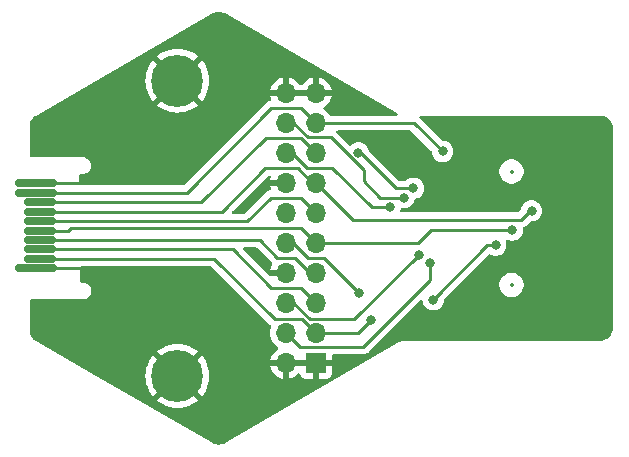
<source format=gbl>
%TF.GenerationSoftware,KiCad,Pcbnew,8.0.3*%
%TF.CreationDate,2024-06-06T10:46:03+01:00*%
%TF.ProjectId,hexpansion,68657870-616e-4736-996f-6e2e6b696361,rev?*%
%TF.SameCoordinates,Original*%
%TF.FileFunction,Copper,L2,Bot*%
%TF.FilePolarity,Positive*%
%FSLAX46Y46*%
G04 Gerber Fmt 4.6, Leading zero omitted, Abs format (unit mm)*
G04 Created by KiCad (PCBNEW 8.0.3) date 2024-06-06 10:46:03*
%MOMM*%
%LPD*%
G01*
G04 APERTURE LIST*
G04 Aperture macros list*
%AMRoundRect*
0 Rectangle with rounded corners*
0 $1 Rounding radius*
0 $2 $3 $4 $5 $6 $7 $8 $9 X,Y pos of 4 corners*
0 Add a 4 corners polygon primitive as box body*
4,1,4,$2,$3,$4,$5,$6,$7,$8,$9,$2,$3,0*
0 Add four circle primitives for the rounded corners*
1,1,$1+$1,$2,$3*
1,1,$1+$1,$4,$5*
1,1,$1+$1,$6,$7*
1,1,$1+$1,$8,$9*
0 Add four rect primitives between the rounded corners*
20,1,$1+$1,$2,$3,$4,$5,0*
20,1,$1+$1,$4,$5,$6,$7,0*
20,1,$1+$1,$6,$7,$8,$9,0*
20,1,$1+$1,$8,$9,$2,$3,0*%
G04 Aperture macros list end*
%TA.AperFunction,SMDPad,CuDef*%
%ADD10RoundRect,0.150000X-1.600000X-0.150000X1.600000X-0.150000X1.600000X0.150000X-1.600000X0.150000X0*%
%TD*%
%TA.AperFunction,SMDPad,CuDef*%
%ADD11RoundRect,0.150000X-1.200000X-0.150000X1.200000X-0.150000X1.200000X0.150000X-1.200000X0.150000X0*%
%TD*%
%TA.AperFunction,ComponentPad*%
%ADD12C,0.700000*%
%TD*%
%TA.AperFunction,ComponentPad*%
%ADD13C,4.400000*%
%TD*%
%TA.AperFunction,ComponentPad*%
%ADD14R,1.700000X1.700000*%
%TD*%
%TA.AperFunction,ComponentPad*%
%ADD15O,1.700000X1.700000*%
%TD*%
%TA.AperFunction,ViaPad*%
%ADD16C,0.800000*%
%TD*%
%TA.AperFunction,Conductor*%
%ADD17C,0.250000*%
%TD*%
%ADD18C,0.350000*%
G04 APERTURE END LIST*
D10*
%TO.P,J1,1,GND*%
%TO.N,/GND*%
X100500000Y-103400000D03*
D11*
%TO.P,J1,2,LS_A*%
%TO.N,/LS_A*%
X100900000Y-102600000D03*
%TO.P,J1,3,LS_B*%
%TO.N,/LS_B*%
X100900000Y-101800000D03*
%TO.P,J1,4,SDA*%
%TO.N,/SDA*%
X100900000Y-101000000D03*
%TO.P,J1,5,SCL*%
%TO.N,/SCL*%
X100900000Y-100200000D03*
%TO.P,J1,6,HEXP_DET*%
%TO.N,/HEXP_DET*%
X100900000Y-99400000D03*
%TO.P,J1,7,LS_C*%
%TO.N,/LS_C*%
X100900000Y-98600000D03*
%TO.P,J1,8,LS_D*%
%TO.N,/LS_D*%
X100900000Y-97800000D03*
D10*
%TO.P,J1,9,LS_E*%
%TO.N,/LS_E*%
X100500000Y-97000000D03*
%TO.P,J1,10,GND*%
%TO.N,/GND*%
X100500000Y-96200000D03*
%TD*%
D12*
%TO.P,H2,1,1*%
%TO.N,/GND*%
X110850000Y-87500000D03*
X111333274Y-86333274D03*
X111333274Y-88666726D03*
X112500000Y-85850000D03*
D13*
X112500000Y-87500000D03*
D12*
X112500000Y-89150000D03*
X113666726Y-86333274D03*
X113666726Y-88666726D03*
X114150000Y-87500000D03*
%TD*%
D14*
%TO.P,J2,1,Pin_1*%
%TO.N,/GND*%
X124230000Y-111410000D03*
D15*
%TO.P,J2,2,Pin_2*%
X121690000Y-111410000D03*
%TO.P,J2,3,Pin_3*%
%TO.N,/LS_A*%
X124230000Y-108870000D03*
%TO.P,J2,4,Pin_4*%
%TO.N,/HS_I*%
X121690000Y-108870000D03*
%TO.P,J2,5,Pin_5*%
%TO.N,/LS_B*%
X124230000Y-106330000D03*
%TO.P,J2,6,Pin_6*%
%TO.N,/HS_H*%
X121690000Y-106330000D03*
%TO.P,J2,7,Pin_7*%
%TO.N,/SDA*%
X124230000Y-103790000D03*
%TO.P,J2,8,Pin_8*%
%TO.N,/GND*%
X121690000Y-103790000D03*
%TO.P,J2,9,Pin_9*%
%TO.N,/SCL*%
X124230000Y-101250000D03*
%TO.P,J2,10,Pin_10*%
%TO.N,/3V3*%
X121690000Y-101250000D03*
%TO.P,J2,11,Pin_11*%
%TO.N,/HEXP_DET*%
X124230000Y-98710000D03*
%TO.P,J2,12,Pin_12*%
%TO.N,/3V3*%
X121690000Y-98710000D03*
%TO.P,J2,13,Pin_13*%
%TO.N,/LS_C*%
X124230000Y-96170000D03*
%TO.P,J2,14,Pin_14*%
%TO.N,/GND*%
X121690000Y-96170000D03*
%TO.P,J2,15,Pin_15*%
%TO.N,/LS_D*%
X124230000Y-93630000D03*
%TO.P,J2,16,Pin_16*%
%TO.N,/HS_G*%
X121690000Y-93630000D03*
%TO.P,J2,17,Pin_17*%
%TO.N,/LS_E*%
X124230000Y-91090000D03*
%TO.P,J2,18,Pin_18*%
%TO.N,/HS_F*%
X121690000Y-91090000D03*
%TO.P,J2,19,Pin_19*%
%TO.N,/GND*%
X124230000Y-88550000D03*
%TO.P,J2,20,Pin_20*%
X121690000Y-88550000D03*
%TD*%
D12*
%TO.P,H1,1,1*%
%TO.N,/GND*%
X110850000Y-112500000D03*
X111333274Y-111333274D03*
X111333274Y-113666726D03*
X112500000Y-110850000D03*
D13*
X112500000Y-112500000D03*
D12*
X112500000Y-114150000D03*
X113666726Y-111333274D03*
X113666726Y-113666726D03*
X114150000Y-112500000D03*
%TD*%
D16*
%TO.N,/GND*%
X144907000Y-94513400D03*
X106250000Y-105500000D03*
X106250000Y-94250000D03*
X144932400Y-91313000D03*
%TO.N,/LS_A*%
X128854200Y-107797600D03*
%TO.N,/SDA*%
X134162800Y-106045000D03*
X139446000Y-101447600D03*
%TO.N,/SCL*%
X140843000Y-100177600D03*
%TO.N,/LS_C*%
X142494000Y-98526600D03*
%TO.N,/LS_D*%
X132486400Y-96621600D03*
X127830153Y-93632447D03*
%TO.N,/LS_E*%
X134950200Y-93497400D03*
%TO.N,/HS_F*%
X131673600Y-97400000D03*
%TO.N,/HS_G*%
X130505200Y-98200000D03*
%TO.N,/3V3*%
X127877653Y-105490947D03*
%TO.N,/HS_H*%
X132943600Y-102235000D03*
%TO.N,/HS_I*%
X133858000Y-102971600D03*
%TD*%
D17*
%TO.N,/GND*%
X112450000Y-103400000D02*
X100500000Y-103400000D01*
X121690000Y-111410000D02*
X120620000Y-111410000D01*
X120540000Y-111490000D02*
X112450000Y-103400000D01*
X119360000Y-88550000D02*
X111710000Y-96200000D01*
X120620000Y-111410000D02*
X120540000Y-111490000D01*
X144907000Y-91338400D02*
X144932400Y-91313000D01*
X111710000Y-96200000D02*
X100500000Y-96200000D01*
X144907000Y-94513400D02*
X144907000Y-91338400D01*
X121690000Y-88550000D02*
X119360000Y-88550000D01*
%TO.N,/LS_A*%
X123055000Y-107695000D02*
X120735000Y-107695000D01*
X127781800Y-108870000D02*
X124230000Y-108870000D01*
X120735000Y-107695000D02*
X120730000Y-107700000D01*
X128854200Y-107797600D02*
X127781800Y-108870000D01*
X124230000Y-108870000D02*
X123055000Y-107695000D01*
X115630000Y-102600000D02*
X100900000Y-102600000D01*
X120730000Y-107700000D02*
X115630000Y-102600000D01*
%TO.N,/LS_B*%
X124230000Y-106330000D02*
X122940000Y-105040000D01*
X120420000Y-105040000D02*
X117180000Y-101800000D01*
X117180000Y-101800000D02*
X100900000Y-101800000D01*
X122940000Y-105040000D02*
X120420000Y-105040000D01*
%TO.N,/SDA*%
X122440000Y-102480000D02*
X120960000Y-102480000D01*
X138734800Y-101447600D02*
X139446000Y-101447600D01*
X123750000Y-103790000D02*
X122440000Y-102480000D01*
X134315200Y-105867200D02*
X138734800Y-101447600D01*
X124230000Y-103790000D02*
X123750000Y-103790000D01*
X134162800Y-106045000D02*
X134315200Y-105892600D01*
X120960000Y-102480000D02*
X119480000Y-101000000D01*
X119480000Y-101000000D02*
X100900000Y-101000000D01*
X134315200Y-105892600D02*
X134315200Y-105867200D01*
%TO.N,/SCL*%
X140843000Y-100177600D02*
X133934200Y-100177600D01*
X124230000Y-101250000D02*
X122940000Y-99960000D01*
X122940000Y-99960000D02*
X103500000Y-99960000D01*
X133934200Y-100177600D02*
X132861800Y-101250000D01*
X132861800Y-101250000D02*
X124230000Y-101250000D01*
X103260000Y-100200000D02*
X100900000Y-100200000D01*
X103500000Y-99960000D02*
X103260000Y-100200000D01*
%TO.N,/LS_C*%
X122682200Y-94920000D02*
X119930000Y-94920000D01*
X141859000Y-99060000D02*
X142392400Y-98526600D01*
X127330200Y-99270200D02*
X127330200Y-99288600D01*
X116250000Y-98600000D02*
X100900000Y-98600000D01*
X142392400Y-98526600D02*
X142494000Y-98526600D01*
X124230000Y-96170000D02*
X123932200Y-96170000D01*
X127330200Y-99288600D02*
X141630400Y-99288600D01*
X141630400Y-99288600D02*
X141859000Y-99060000D01*
X119930000Y-94920000D02*
X116250000Y-98600000D01*
X123932200Y-96170000D02*
X122682200Y-94920000D01*
X124230000Y-96170000D02*
X127330200Y-99270200D01*
%TO.N,/LS_D*%
X114520000Y-97800000D02*
X100900000Y-97800000D01*
X131013200Y-96621600D02*
X132486400Y-96621600D01*
X122940000Y-92340000D02*
X119980000Y-92340000D01*
X127830153Y-93632447D02*
X128024047Y-93632447D01*
X128024047Y-93632447D02*
X131013200Y-96621600D01*
X119980000Y-92340000D02*
X114520000Y-97800000D01*
X124230000Y-93630000D02*
X122940000Y-92340000D01*
%TO.N,/LS_E*%
X113280000Y-97000000D02*
X100500000Y-97000000D01*
X124230000Y-91090000D02*
X122990000Y-89850000D01*
X120430000Y-89850000D02*
X113280000Y-97000000D01*
X132542800Y-91090000D02*
X124230000Y-91090000D01*
X122990000Y-89850000D02*
X120430000Y-89850000D01*
X134950200Y-93497400D02*
X132542800Y-91090000D01*
%TO.N,/HS_F*%
X131673600Y-97400000D02*
X129674095Y-97400000D01*
X128281600Y-95109200D02*
X125476000Y-92303600D01*
X125476000Y-92303600D02*
X123539996Y-92303600D01*
X123539996Y-92303600D02*
X122326396Y-91090000D01*
X122326396Y-91090000D02*
X121690000Y-91090000D01*
X129674095Y-97400000D02*
X128281600Y-96007505D01*
X128281600Y-96007505D02*
X128281600Y-95109200D01*
%TO.N,/HS_G*%
X130505200Y-98200000D02*
X128959400Y-98200000D01*
X125628400Y-94869000D02*
X123469400Y-94869000D01*
X128959400Y-98200000D02*
X125628400Y-94869000D01*
X122230400Y-93630000D02*
X121690000Y-93630000D01*
X123469400Y-94869000D02*
X122230400Y-93630000D01*
%TO.N,/3V3*%
X122326396Y-101250000D02*
X121690000Y-101250000D01*
X124886706Y-102500000D02*
X123576396Y-102500000D01*
X123576396Y-102500000D02*
X122326396Y-101250000D01*
X127877653Y-105490947D02*
X124886706Y-102500000D01*
%TO.N,/HS_H*%
X122326396Y-106330000D02*
X121690000Y-106330000D01*
X123691396Y-107695000D02*
X122326396Y-106330000D01*
X132943600Y-102235000D02*
X127483600Y-107695000D01*
X127483600Y-107695000D02*
X123691396Y-107695000D01*
%TO.N,/HS_I*%
X128207000Y-110045000D02*
X122865000Y-110045000D01*
X133858000Y-104394000D02*
X128207000Y-110045000D01*
X133858000Y-102971600D02*
X133858000Y-104394000D01*
X122865000Y-110045000D02*
X121690000Y-108870000D01*
%TO.N,/HEXP_DET*%
X120400000Y-97410000D02*
X118410000Y-99400000D01*
X124230000Y-98710000D02*
X122930000Y-97410000D01*
X122930000Y-97410000D02*
X120400000Y-97410000D01*
X118410000Y-99400000D02*
X100900000Y-99400000D01*
%TD*%
%TA.AperFunction,Conductor*%
%TO.N,/GND*%
G36*
X148353418Y-90473757D02*
G01*
X148357163Y-90473841D01*
X148439486Y-90475702D01*
X148460855Y-90478050D01*
X148631066Y-90511908D01*
X148654314Y-90518959D01*
X148813353Y-90584838D01*
X148834765Y-90596283D01*
X148968143Y-90685406D01*
X148977886Y-90691916D01*
X148996673Y-90707335D01*
X149118387Y-90829051D01*
X149133792Y-90847822D01*
X149229420Y-90990943D01*
X149240878Y-91012381D01*
X149306743Y-91171399D01*
X149313799Y-91194661D01*
X149347653Y-91364873D01*
X149350003Y-91386227D01*
X149351972Y-91472321D01*
X149352004Y-91475156D01*
X149352063Y-108524841D01*
X149352031Y-108527668D01*
X149350068Y-108613754D01*
X149347718Y-108635115D01*
X149313866Y-108805323D01*
X149306810Y-108828586D01*
X149240947Y-108987602D01*
X149229488Y-109009041D01*
X149133867Y-109152150D01*
X149118446Y-109170941D01*
X148996740Y-109292648D01*
X148977947Y-109308070D01*
X148834841Y-109403687D01*
X148813403Y-109415146D01*
X148654385Y-109481011D01*
X148631122Y-109488067D01*
X148460912Y-109521919D01*
X148439558Y-109524269D01*
X148358702Y-109526117D01*
X148353463Y-109526237D01*
X148350631Y-109526269D01*
X131767938Y-109526269D01*
X131761906Y-109526401D01*
X131680622Y-109528191D01*
X131680612Y-109528192D01*
X131508627Y-109558510D01*
X131344514Y-109618234D01*
X131267933Y-109660246D01*
X116501287Y-118185775D01*
X116498663Y-118187248D01*
X116418041Y-118231222D01*
X116396983Y-118240293D01*
X116220916Y-118297501D01*
X116195559Y-118302891D01*
X116012956Y-118322083D01*
X115987034Y-118322083D01*
X115804430Y-118302891D01*
X115779073Y-118297501D01*
X115603006Y-118240293D01*
X115581954Y-118231224D01*
X115501323Y-118187246D01*
X115498702Y-118185775D01*
X105650653Y-112500000D01*
X109795065Y-112500000D01*
X109814786Y-112826038D01*
X109873667Y-113147341D01*
X109970835Y-113459164D01*
X109970839Y-113459175D01*
X110104897Y-113757041D01*
X110104898Y-113757043D01*
X110273881Y-114036576D01*
X110421476Y-114224968D01*
X110939936Y-113706508D01*
X111133274Y-113706508D01*
X111163722Y-113780017D01*
X111219983Y-113836278D01*
X111293492Y-113866726D01*
X111373056Y-113866726D01*
X111446565Y-113836278D01*
X111502826Y-113780017D01*
X111533274Y-113706508D01*
X111533274Y-113626944D01*
X111502826Y-113553435D01*
X111446565Y-113497174D01*
X111373056Y-113466726D01*
X111293492Y-113466726D01*
X111219983Y-113497174D01*
X111163722Y-113553435D01*
X111133274Y-113626944D01*
X111133274Y-113706508D01*
X110939936Y-113706508D01*
X111563708Y-113082736D01*
X111660967Y-113216602D01*
X111783398Y-113339033D01*
X111917262Y-113436290D01*
X110775030Y-114578522D01*
X110775030Y-114578523D01*
X110963423Y-114726118D01*
X111242956Y-114895101D01*
X111242958Y-114895102D01*
X111540824Y-115029160D01*
X111540835Y-115029164D01*
X111852658Y-115126332D01*
X112173961Y-115185213D01*
X112500000Y-115204934D01*
X112826038Y-115185213D01*
X113147341Y-115126332D01*
X113459164Y-115029164D01*
X113459175Y-115029160D01*
X113757041Y-114895102D01*
X113757043Y-114895101D01*
X114036586Y-114726112D01*
X114224968Y-114578523D01*
X114224968Y-114578522D01*
X113352955Y-113706508D01*
X113466726Y-113706508D01*
X113497174Y-113780017D01*
X113553435Y-113836278D01*
X113626944Y-113866726D01*
X113706508Y-113866726D01*
X113780017Y-113836278D01*
X113836278Y-113780017D01*
X113866726Y-113706508D01*
X113866726Y-113626944D01*
X113836278Y-113553435D01*
X113780017Y-113497174D01*
X113706508Y-113466726D01*
X113626944Y-113466726D01*
X113553435Y-113497174D01*
X113497174Y-113553435D01*
X113466726Y-113626944D01*
X113466726Y-113706508D01*
X113352955Y-113706508D01*
X113082737Y-113436290D01*
X113216602Y-113339033D01*
X113339033Y-113216602D01*
X113436290Y-113082737D01*
X114578522Y-114224968D01*
X114578523Y-114224968D01*
X114726112Y-114036586D01*
X114895101Y-113757043D01*
X114895102Y-113757041D01*
X115029160Y-113459175D01*
X115029164Y-113459164D01*
X115126332Y-113147341D01*
X115185213Y-112826038D01*
X115204934Y-112500000D01*
X115185213Y-112173961D01*
X115126332Y-111852658D01*
X115029164Y-111540835D01*
X115029160Y-111540824D01*
X114895102Y-111242958D01*
X114895101Y-111242956D01*
X114726118Y-110963423D01*
X114578522Y-110775030D01*
X113436290Y-111917262D01*
X113339033Y-111783398D01*
X113216602Y-111660967D01*
X113082736Y-111563709D01*
X113273389Y-111373056D01*
X113466726Y-111373056D01*
X113497174Y-111446565D01*
X113553435Y-111502826D01*
X113626944Y-111533274D01*
X113706508Y-111533274D01*
X113780017Y-111502826D01*
X113836278Y-111446565D01*
X113866726Y-111373056D01*
X113866726Y-111293492D01*
X113836278Y-111219983D01*
X113780017Y-111163722D01*
X113706508Y-111133274D01*
X113626944Y-111133274D01*
X113553435Y-111163722D01*
X113497174Y-111219983D01*
X113466726Y-111293492D01*
X113466726Y-111373056D01*
X113273389Y-111373056D01*
X114224968Y-110421476D01*
X114036576Y-110273881D01*
X113757043Y-110104898D01*
X113757041Y-110104897D01*
X113459175Y-109970839D01*
X113459164Y-109970835D01*
X113147341Y-109873667D01*
X112826038Y-109814786D01*
X112500000Y-109795065D01*
X112173961Y-109814786D01*
X111852658Y-109873667D01*
X111540835Y-109970835D01*
X111540824Y-109970839D01*
X111242958Y-110104897D01*
X111242956Y-110104898D01*
X110963422Y-110273881D01*
X110963416Y-110273886D01*
X110775030Y-110421474D01*
X110775029Y-110421476D01*
X111917262Y-111563709D01*
X111783398Y-111660967D01*
X111660967Y-111783398D01*
X111563709Y-111917262D01*
X111019503Y-111373056D01*
X111133274Y-111373056D01*
X111163722Y-111446565D01*
X111219983Y-111502826D01*
X111293492Y-111533274D01*
X111373056Y-111533274D01*
X111446565Y-111502826D01*
X111502826Y-111446565D01*
X111533274Y-111373056D01*
X111533274Y-111293492D01*
X111502826Y-111219983D01*
X111446565Y-111163722D01*
X111373056Y-111133274D01*
X111293492Y-111133274D01*
X111219983Y-111163722D01*
X111163722Y-111219983D01*
X111133274Y-111293492D01*
X111133274Y-111373056D01*
X111019503Y-111373056D01*
X110421476Y-110775029D01*
X110421474Y-110775030D01*
X110273886Y-110963416D01*
X110273881Y-110963422D01*
X110104898Y-111242956D01*
X110104897Y-111242958D01*
X109970839Y-111540824D01*
X109970835Y-111540835D01*
X109873667Y-111852658D01*
X109814786Y-112173961D01*
X109795065Y-112500000D01*
X105650653Y-112500000D01*
X100501428Y-109527093D01*
X100498608Y-109525415D01*
X100420311Y-109477404D01*
X100402161Y-109463847D01*
X100264511Y-109339913D01*
X100247165Y-109320649D01*
X100139266Y-109172148D01*
X100126306Y-109149703D01*
X100051634Y-108982002D01*
X100043626Y-108957358D01*
X100005112Y-108776200D01*
X100002445Y-108753674D01*
X100000042Y-108661846D01*
X100000000Y-108658603D01*
X100000000Y-106253025D01*
X100000147Y-106246989D01*
X100000816Y-106233259D01*
X100001352Y-106222261D01*
X100010642Y-106180856D01*
X100030659Y-106132529D01*
X100057534Y-106092308D01*
X100092308Y-106057534D01*
X100132529Y-106030659D01*
X100180856Y-106010642D01*
X100222261Y-106001352D01*
X100241421Y-106000418D01*
X100246990Y-106000147D01*
X100253026Y-106000000D01*
X104500015Y-106000000D01*
X104551275Y-105998564D01*
X104578623Y-105997799D01*
X104731927Y-105962809D01*
X104873601Y-105894582D01*
X104996541Y-105796541D01*
X105094582Y-105673601D01*
X105162809Y-105531927D01*
X105197799Y-105378623D01*
X105199113Y-105331687D01*
X105200000Y-105300015D01*
X105200000Y-105299984D01*
X105197799Y-105221384D01*
X105197799Y-105221377D01*
X105162809Y-105068073D01*
X105094582Y-104926399D01*
X104996541Y-104803459D01*
X104873601Y-104705418D01*
X104873599Y-104705417D01*
X104873598Y-104705416D01*
X104731927Y-104637190D01*
X104578625Y-104602201D01*
X104578615Y-104602200D01*
X104500015Y-104600000D01*
X104500000Y-104600000D01*
X104389804Y-104600000D01*
X104322765Y-104580315D01*
X104277010Y-104527511D01*
X104265807Y-104476862D01*
X104265744Y-104467834D01*
X104257977Y-103350362D01*
X104277195Y-103283187D01*
X104329680Y-103237066D01*
X104381974Y-103225500D01*
X115319548Y-103225500D01*
X115386587Y-103245185D01*
X115407229Y-103261819D01*
X120244143Y-108098733D01*
X120331267Y-108185857D01*
X120385886Y-108222353D01*
X120430690Y-108275965D01*
X120439397Y-108345290D01*
X120429377Y-108377857D01*
X120416098Y-108406334D01*
X120416094Y-108406344D01*
X120354938Y-108634586D01*
X120354936Y-108634596D01*
X120334341Y-108869999D01*
X120334341Y-108870000D01*
X120354936Y-109105403D01*
X120354938Y-109105413D01*
X120416094Y-109333655D01*
X120416096Y-109333659D01*
X120416097Y-109333663D01*
X120506295Y-109527093D01*
X120515965Y-109547830D01*
X120515967Y-109547834D01*
X120651501Y-109741395D01*
X120651506Y-109741402D01*
X120818597Y-109908493D01*
X120818603Y-109908498D01*
X121004594Y-110038730D01*
X121048219Y-110093307D01*
X121055413Y-110162805D01*
X121023890Y-110225160D01*
X121004595Y-110241880D01*
X120818922Y-110371890D01*
X120818920Y-110371891D01*
X120651891Y-110538920D01*
X120651886Y-110538926D01*
X120516400Y-110732420D01*
X120516399Y-110732422D01*
X120416570Y-110946507D01*
X120416567Y-110946513D01*
X120359364Y-111159999D01*
X120359364Y-111160000D01*
X121256988Y-111160000D01*
X121224075Y-111217007D01*
X121190000Y-111344174D01*
X121190000Y-111475826D01*
X121224075Y-111602993D01*
X121256988Y-111660000D01*
X120359364Y-111660000D01*
X120416567Y-111873486D01*
X120416570Y-111873492D01*
X120516399Y-112087578D01*
X120651894Y-112281082D01*
X120818917Y-112448105D01*
X121012421Y-112583600D01*
X121226507Y-112683429D01*
X121226516Y-112683433D01*
X121440000Y-112740634D01*
X121440000Y-111843012D01*
X121497007Y-111875925D01*
X121624174Y-111910000D01*
X121755826Y-111910000D01*
X121882993Y-111875925D01*
X121940000Y-111843012D01*
X121940000Y-112740633D01*
X122153483Y-112683433D01*
X122153492Y-112683429D01*
X122367578Y-112583600D01*
X122561078Y-112448108D01*
X122683521Y-112325665D01*
X122744844Y-112292180D01*
X122814536Y-112297164D01*
X122870470Y-112339035D01*
X122887385Y-112370013D01*
X122936645Y-112502086D01*
X122936649Y-112502093D01*
X123022809Y-112617187D01*
X123022812Y-112617190D01*
X123137906Y-112703350D01*
X123137913Y-112703354D01*
X123272620Y-112753596D01*
X123272627Y-112753598D01*
X123332155Y-112759999D01*
X123332172Y-112760000D01*
X123980000Y-112760000D01*
X123980000Y-111843012D01*
X124037007Y-111875925D01*
X124164174Y-111910000D01*
X124295826Y-111910000D01*
X124422993Y-111875925D01*
X124480000Y-111843012D01*
X124480000Y-112760000D01*
X125127828Y-112760000D01*
X125127844Y-112759999D01*
X125187372Y-112753598D01*
X125187379Y-112753596D01*
X125322086Y-112703354D01*
X125322093Y-112703350D01*
X125437187Y-112617190D01*
X125437190Y-112617187D01*
X125523350Y-112502093D01*
X125523354Y-112502086D01*
X125573596Y-112367379D01*
X125573598Y-112367372D01*
X125579999Y-112307844D01*
X125580000Y-112307827D01*
X125580000Y-111660000D01*
X124663012Y-111660000D01*
X124695925Y-111602993D01*
X124730000Y-111475826D01*
X124730000Y-111344174D01*
X124695925Y-111217007D01*
X124663012Y-111160000D01*
X125580000Y-111160000D01*
X125580000Y-110794500D01*
X125599685Y-110727461D01*
X125652489Y-110681706D01*
X125704000Y-110670500D01*
X128268607Y-110670500D01*
X128329029Y-110658481D01*
X128389452Y-110646463D01*
X128389455Y-110646461D01*
X128389458Y-110646461D01*
X128422787Y-110632654D01*
X128422786Y-110632654D01*
X128422792Y-110632652D01*
X128503286Y-110599312D01*
X128554509Y-110565084D01*
X128605733Y-110530858D01*
X128692858Y-110443733D01*
X128692859Y-110443731D01*
X128699925Y-110436665D01*
X128699928Y-110436661D01*
X133057750Y-106078838D01*
X133119071Y-106045355D01*
X133188763Y-106050339D01*
X133244696Y-106092211D01*
X133268749Y-106153558D01*
X133277126Y-106233256D01*
X133277127Y-106233259D01*
X133335618Y-106413277D01*
X133335621Y-106413284D01*
X133430267Y-106577216D01*
X133556929Y-106717888D01*
X133710065Y-106829148D01*
X133710070Y-106829151D01*
X133882992Y-106906142D01*
X133882997Y-106906144D01*
X134068154Y-106945500D01*
X134068155Y-106945500D01*
X134257444Y-106945500D01*
X134257446Y-106945500D01*
X134442603Y-106906144D01*
X134615530Y-106829151D01*
X134768671Y-106717888D01*
X134895333Y-106577216D01*
X134989979Y-106413284D01*
X135048474Y-106233256D01*
X135068260Y-106045000D01*
X135068259Y-106044998D01*
X135068939Y-106038537D01*
X135071571Y-106038813D01*
X135087945Y-105983052D01*
X135104579Y-105962410D01*
X136165981Y-104901008D01*
X139766700Y-104901008D01*
X139806107Y-105099120D01*
X139806109Y-105099128D01*
X139883412Y-105285753D01*
X139883417Y-105285763D01*
X139995641Y-105453719D01*
X140138481Y-105596559D01*
X140306437Y-105708783D01*
X140306441Y-105708785D01*
X140306444Y-105708787D01*
X140493073Y-105786092D01*
X140689181Y-105825100D01*
X140691192Y-105825500D01*
X140691196Y-105825501D01*
X140691197Y-105825501D01*
X140893204Y-105825501D01*
X140893205Y-105825500D01*
X141091327Y-105786092D01*
X141277956Y-105708787D01*
X141445918Y-105596559D01*
X141588758Y-105453719D01*
X141700986Y-105285757D01*
X141778291Y-105099128D01*
X141817700Y-104901004D01*
X141817700Y-104698998D01*
X141778291Y-104500874D01*
X141700986Y-104314245D01*
X141700984Y-104314242D01*
X141700982Y-104314238D01*
X141588758Y-104146282D01*
X141445918Y-104003442D01*
X141277962Y-103891218D01*
X141277952Y-103891213D01*
X141091327Y-103813910D01*
X141091319Y-103813908D01*
X140893207Y-103774501D01*
X140893203Y-103774501D01*
X140691197Y-103774501D01*
X140691192Y-103774501D01*
X140493080Y-103813908D01*
X140493072Y-103813910D01*
X140306447Y-103891213D01*
X140306437Y-103891218D01*
X140138481Y-104003442D01*
X139995641Y-104146282D01*
X139883417Y-104314238D01*
X139883412Y-104314248D01*
X139806109Y-104500873D01*
X139806107Y-104500881D01*
X139766700Y-104698993D01*
X139766700Y-104901008D01*
X136165981Y-104901008D01*
X136932079Y-104134910D01*
X138826854Y-102240134D01*
X138888175Y-102206651D01*
X138957867Y-102211635D01*
X138987418Y-102227499D01*
X138993270Y-102231751D01*
X139099989Y-102279266D01*
X139166192Y-102308742D01*
X139166197Y-102308744D01*
X139351354Y-102348100D01*
X139351355Y-102348100D01*
X139540644Y-102348100D01*
X139540646Y-102348100D01*
X139725803Y-102308744D01*
X139898730Y-102231751D01*
X140051871Y-102120488D01*
X140178533Y-101979816D01*
X140273179Y-101815884D01*
X140331674Y-101635856D01*
X140351460Y-101447600D01*
X140331674Y-101259344D01*
X140294778Y-101145793D01*
X140292784Y-101075955D01*
X140328864Y-101016122D01*
X140391565Y-100985293D01*
X140460979Y-100993257D01*
X140463146Y-100994198D01*
X140563197Y-101038744D01*
X140748354Y-101078100D01*
X140748355Y-101078100D01*
X140937644Y-101078100D01*
X140937646Y-101078100D01*
X141122803Y-101038744D01*
X141295730Y-100961751D01*
X141448871Y-100850488D01*
X141575533Y-100709816D01*
X141670179Y-100545884D01*
X141728674Y-100365856D01*
X141748460Y-100177600D01*
X141731864Y-100019702D01*
X141744433Y-99950976D01*
X141792165Y-99899952D01*
X141807732Y-99892183D01*
X141812848Y-99890063D01*
X141812852Y-99890063D01*
X141857273Y-99871663D01*
X141857274Y-99871662D01*
X141857276Y-99871662D01*
X141926681Y-99842914D01*
X141926680Y-99842914D01*
X141926686Y-99842912D01*
X141977909Y-99808684D01*
X142029133Y-99774458D01*
X142116258Y-99687333D01*
X142116260Y-99687329D01*
X142340172Y-99463418D01*
X142401495Y-99429934D01*
X142427853Y-99427100D01*
X142588644Y-99427100D01*
X142588646Y-99427100D01*
X142773803Y-99387744D01*
X142946730Y-99310751D01*
X143099871Y-99199488D01*
X143226533Y-99058816D01*
X143321179Y-98894884D01*
X143379674Y-98714856D01*
X143399460Y-98526600D01*
X143379674Y-98338344D01*
X143321179Y-98158316D01*
X143226533Y-97994384D01*
X143099871Y-97853712D01*
X143071161Y-97832853D01*
X142946734Y-97742451D01*
X142946729Y-97742448D01*
X142773807Y-97665457D01*
X142773802Y-97665455D01*
X142628001Y-97634465D01*
X142588646Y-97626100D01*
X142399354Y-97626100D01*
X142366897Y-97632998D01*
X142214197Y-97665455D01*
X142214192Y-97665457D01*
X142041270Y-97742448D01*
X142041265Y-97742451D01*
X141888129Y-97853711D01*
X141761466Y-97994385D01*
X141666821Y-98158315D01*
X141666818Y-98158322D01*
X141608327Y-98338339D01*
X141608326Y-98338341D01*
X141602611Y-98392718D01*
X141576025Y-98457333D01*
X141566972Y-98467435D01*
X141460267Y-98574142D01*
X141407630Y-98626780D01*
X141346307Y-98660266D01*
X141319948Y-98663100D01*
X131472243Y-98663100D01*
X131405204Y-98643415D01*
X131359449Y-98590611D01*
X131349505Y-98521453D01*
X131354312Y-98500782D01*
X131390872Y-98388261D01*
X131390874Y-98388256D01*
X131390874Y-98388247D01*
X131391068Y-98387340D01*
X131391328Y-98386857D01*
X131392882Y-98382076D01*
X131393756Y-98382360D01*
X131424258Y-98325856D01*
X131485419Y-98292076D01*
X131538137Y-98291824D01*
X131578954Y-98300500D01*
X131578957Y-98300500D01*
X131768244Y-98300500D01*
X131768246Y-98300500D01*
X131953403Y-98261144D01*
X132126330Y-98184151D01*
X132279471Y-98072888D01*
X132406133Y-97932216D01*
X132500779Y-97768284D01*
X132558626Y-97590248D01*
X132598062Y-97532575D01*
X132650770Y-97507279D01*
X132766203Y-97482744D01*
X132766207Y-97482742D01*
X132766208Y-97482742D01*
X132824458Y-97456806D01*
X132939130Y-97405751D01*
X133092271Y-97294488D01*
X133218933Y-97153816D01*
X133313579Y-96989884D01*
X133372074Y-96809856D01*
X133391860Y-96621600D01*
X133372074Y-96433344D01*
X133313579Y-96253316D01*
X133218933Y-96089384D01*
X133092271Y-95948712D01*
X133092270Y-95948711D01*
X132939134Y-95837451D01*
X132939129Y-95837448D01*
X132766207Y-95760457D01*
X132766202Y-95760455D01*
X132620401Y-95729465D01*
X132581046Y-95721100D01*
X132391754Y-95721100D01*
X132359297Y-95727998D01*
X132206597Y-95760455D01*
X132206592Y-95760457D01*
X132033670Y-95837448D01*
X132033665Y-95837451D01*
X131880530Y-95948710D01*
X131880526Y-95948714D01*
X131874800Y-95955074D01*
X131815313Y-95991721D01*
X131782652Y-95996100D01*
X131323653Y-95996100D01*
X131256614Y-95976415D01*
X131235972Y-95959781D01*
X130577197Y-95301006D01*
X139766700Y-95301006D01*
X139806107Y-95499118D01*
X139806109Y-95499126D01*
X139883412Y-95685751D01*
X139883417Y-95685761D01*
X139995641Y-95853717D01*
X140138481Y-95996557D01*
X140306437Y-96108781D01*
X140306441Y-96108783D01*
X140306444Y-96108785D01*
X140493073Y-96186090D01*
X140691192Y-96225498D01*
X140691196Y-96225499D01*
X140691197Y-96225499D01*
X140893204Y-96225499D01*
X140893205Y-96225498D01*
X141091327Y-96186090D01*
X141277956Y-96108785D01*
X141445918Y-95996557D01*
X141588758Y-95853717D01*
X141700986Y-95685755D01*
X141778291Y-95499126D01*
X141817700Y-95301002D01*
X141817700Y-95098996D01*
X141778291Y-94900872D01*
X141700986Y-94714243D01*
X141700984Y-94714240D01*
X141700982Y-94714236D01*
X141588758Y-94546280D01*
X141445918Y-94403440D01*
X141277962Y-94291216D01*
X141277952Y-94291211D01*
X141091327Y-94213908D01*
X141091319Y-94213906D01*
X140893207Y-94174499D01*
X140893203Y-94174499D01*
X140691197Y-94174499D01*
X140691192Y-94174499D01*
X140493080Y-94213906D01*
X140493072Y-94213908D01*
X140306447Y-94291211D01*
X140306437Y-94291216D01*
X140138481Y-94403440D01*
X139995641Y-94546280D01*
X139883417Y-94714236D01*
X139883412Y-94714246D01*
X139806109Y-94900871D01*
X139806107Y-94900879D01*
X139766700Y-95098991D01*
X139766700Y-95301006D01*
X130577197Y-95301006D01*
X128734685Y-93458494D01*
X128704435Y-93409131D01*
X128699712Y-93394596D01*
X128657332Y-93264163D01*
X128562686Y-93100231D01*
X128436024Y-92959559D01*
X128436020Y-92959556D01*
X128282887Y-92848298D01*
X128282882Y-92848295D01*
X128109960Y-92771304D01*
X128109955Y-92771302D01*
X127964154Y-92740312D01*
X127924799Y-92731947D01*
X127735507Y-92731947D01*
X127703050Y-92738845D01*
X127550350Y-92771302D01*
X127550345Y-92771304D01*
X127377423Y-92848295D01*
X127377418Y-92848298D01*
X127224285Y-92959556D01*
X127224282Y-92959558D01*
X127224282Y-92959559D01*
X127213290Y-92971765D01*
X127153804Y-93008412D01*
X127083947Y-93007081D01*
X127033462Y-92976472D01*
X125984171Y-91927181D01*
X125950686Y-91865858D01*
X125955670Y-91796166D01*
X125997542Y-91740233D01*
X126063006Y-91715816D01*
X126071852Y-91715500D01*
X132232348Y-91715500D01*
X132299387Y-91735185D01*
X132320029Y-91751819D01*
X134011238Y-93443029D01*
X134044723Y-93504352D01*
X134046878Y-93517748D01*
X134048891Y-93536895D01*
X134064526Y-93685656D01*
X134064527Y-93685659D01*
X134123018Y-93865677D01*
X134123021Y-93865684D01*
X134217667Y-94029616D01*
X134282710Y-94101853D01*
X134344329Y-94170288D01*
X134497465Y-94281548D01*
X134497470Y-94281551D01*
X134670392Y-94358542D01*
X134670397Y-94358544D01*
X134855554Y-94397900D01*
X134855555Y-94397900D01*
X135044844Y-94397900D01*
X135044846Y-94397900D01*
X135230003Y-94358544D01*
X135402930Y-94281551D01*
X135556071Y-94170288D01*
X135682733Y-94029616D01*
X135777379Y-93865684D01*
X135835874Y-93685656D01*
X135855660Y-93497400D01*
X135835874Y-93309144D01*
X135777379Y-93129116D01*
X135682733Y-92965184D01*
X135556071Y-92824512D01*
X135556070Y-92824511D01*
X135402934Y-92713251D01*
X135402929Y-92713248D01*
X135230007Y-92636257D01*
X135230002Y-92636255D01*
X135084201Y-92605265D01*
X135044846Y-92596900D01*
X135044845Y-92596900D01*
X134985653Y-92596900D01*
X134918614Y-92577215D01*
X134897972Y-92560581D01*
X133035728Y-90698338D01*
X133035726Y-90698335D01*
X133022797Y-90685406D01*
X132989312Y-90624083D01*
X132994296Y-90554391D01*
X133036168Y-90498458D01*
X133101632Y-90474041D01*
X133110478Y-90473725D01*
X148350618Y-90473725D01*
X148353418Y-90473757D01*
G37*
%TD.AperFunction*%
%TA.AperFunction,Conductor*%
G36*
X123764075Y-111217007D02*
G01*
X123730000Y-111344174D01*
X123730000Y-111475826D01*
X123764075Y-111602993D01*
X123796988Y-111660000D01*
X122123012Y-111660000D01*
X122155925Y-111602993D01*
X122190000Y-111475826D01*
X122190000Y-111344174D01*
X122155925Y-111217007D01*
X122123012Y-111160000D01*
X123796988Y-111160000D01*
X123764075Y-111217007D01*
G37*
%TD.AperFunction*%
%TA.AperFunction,Conductor*%
G36*
X119236587Y-101645185D02*
G01*
X119257229Y-101661819D01*
X120471016Y-102875606D01*
X120471045Y-102875637D01*
X120521664Y-102926256D01*
X120555149Y-102987579D01*
X120550165Y-103057271D01*
X120535560Y-103085057D01*
X120516402Y-103112419D01*
X120516399Y-103112423D01*
X120416570Y-103326507D01*
X120416567Y-103326513D01*
X120359364Y-103539999D01*
X120359364Y-103540000D01*
X121256988Y-103540000D01*
X121224075Y-103597007D01*
X121190000Y-103724174D01*
X121190000Y-103855826D01*
X121224075Y-103982993D01*
X121256988Y-104040000D01*
X120355952Y-104040000D01*
X120288913Y-104020315D01*
X120268271Y-104003681D01*
X118101771Y-101837181D01*
X118068286Y-101775858D01*
X118073270Y-101706166D01*
X118115142Y-101650233D01*
X118180606Y-101625816D01*
X118189452Y-101625500D01*
X119169548Y-101625500D01*
X119236587Y-101645185D01*
G37*
%TD.AperFunction*%
%TA.AperFunction,Conductor*%
G36*
X120365150Y-95565185D02*
G01*
X120410905Y-95617989D01*
X120420849Y-95687147D01*
X120417886Y-95701594D01*
X120359364Y-95919999D01*
X120359364Y-95920000D01*
X121256988Y-95920000D01*
X121224075Y-95977007D01*
X121190000Y-96104174D01*
X121190000Y-96235826D01*
X121224075Y-96362993D01*
X121256988Y-96420000D01*
X120359364Y-96420000D01*
X120416762Y-96634212D01*
X120415099Y-96704062D01*
X120375937Y-96761925D01*
X120321180Y-96787923D01*
X120293861Y-96793357D01*
X120277971Y-96796518D01*
X120217548Y-96808537D01*
X120217546Y-96808537D01*
X120217545Y-96808538D01*
X120217543Y-96808538D01*
X120191645Y-96819266D01*
X120103713Y-96855688D01*
X120103708Y-96855690D01*
X120001272Y-96924138D01*
X120001264Y-96924144D01*
X119914139Y-97011270D01*
X118187229Y-98738181D01*
X118125906Y-98771666D01*
X118099548Y-98774500D01*
X117259452Y-98774500D01*
X117192413Y-98754815D01*
X117146658Y-98702011D01*
X117136714Y-98632853D01*
X117165739Y-98569297D01*
X117171771Y-98562819D01*
X120152771Y-95581819D01*
X120214094Y-95548334D01*
X120240452Y-95545500D01*
X120298111Y-95545500D01*
X120365150Y-95565185D01*
G37*
%TD.AperFunction*%
%TA.AperFunction,Conductor*%
G36*
X116195565Y-81697103D02*
G01*
X116220909Y-81702490D01*
X116396990Y-81759703D01*
X116418033Y-81768768D01*
X116498662Y-81812745D01*
X116501227Y-81814183D01*
X130541740Y-89921269D01*
X131081820Y-90233115D01*
X131130033Y-90283685D01*
X131143253Y-90352292D01*
X131117282Y-90417156D01*
X131060366Y-90457682D01*
X131019815Y-90464500D01*
X125505227Y-90464500D01*
X125438188Y-90444815D01*
X125403652Y-90411623D01*
X125268494Y-90218597D01*
X125101402Y-90051506D01*
X125101401Y-90051505D01*
X124915405Y-89921269D01*
X124871781Y-89866692D01*
X124864588Y-89797193D01*
X124896110Y-89734839D01*
X124915405Y-89718119D01*
X125101082Y-89588105D01*
X125268105Y-89421082D01*
X125403600Y-89227578D01*
X125503429Y-89013492D01*
X125503432Y-89013486D01*
X125560636Y-88800000D01*
X124663012Y-88800000D01*
X124695925Y-88742993D01*
X124730000Y-88615826D01*
X124730000Y-88484174D01*
X124695925Y-88357007D01*
X124663012Y-88300000D01*
X125560636Y-88300000D01*
X125560635Y-88299999D01*
X125503432Y-88086513D01*
X125503429Y-88086507D01*
X125403600Y-87872422D01*
X125403599Y-87872420D01*
X125268113Y-87678926D01*
X125268108Y-87678920D01*
X125101082Y-87511894D01*
X124907578Y-87376399D01*
X124693492Y-87276570D01*
X124693486Y-87276567D01*
X124480000Y-87219364D01*
X124480000Y-88116988D01*
X124422993Y-88084075D01*
X124295826Y-88050000D01*
X124164174Y-88050000D01*
X124037007Y-88084075D01*
X123980000Y-88116988D01*
X123980000Y-87219364D01*
X123979999Y-87219364D01*
X123766513Y-87276567D01*
X123766507Y-87276570D01*
X123552422Y-87376399D01*
X123552420Y-87376400D01*
X123358926Y-87511886D01*
X123358920Y-87511891D01*
X123191891Y-87678920D01*
X123191890Y-87678922D01*
X123061575Y-87865031D01*
X123006998Y-87908655D01*
X122937499Y-87915848D01*
X122875145Y-87884326D01*
X122858425Y-87865031D01*
X122728109Y-87678922D01*
X122728108Y-87678920D01*
X122561082Y-87511894D01*
X122367578Y-87376399D01*
X122153492Y-87276570D01*
X122153486Y-87276567D01*
X121940000Y-87219364D01*
X121940000Y-88116988D01*
X121882993Y-88084075D01*
X121755826Y-88050000D01*
X121624174Y-88050000D01*
X121497007Y-88084075D01*
X121440000Y-88116988D01*
X121440000Y-87219364D01*
X121439999Y-87219364D01*
X121226513Y-87276567D01*
X121226507Y-87276570D01*
X121012422Y-87376399D01*
X121012420Y-87376400D01*
X120818926Y-87511886D01*
X120818920Y-87511891D01*
X120651891Y-87678920D01*
X120651886Y-87678926D01*
X120516400Y-87872420D01*
X120516399Y-87872422D01*
X120416570Y-88086507D01*
X120416567Y-88086513D01*
X120359364Y-88299999D01*
X120359364Y-88300000D01*
X121256988Y-88300000D01*
X121224075Y-88357007D01*
X121190000Y-88484174D01*
X121190000Y-88615826D01*
X121224075Y-88742993D01*
X121256988Y-88800000D01*
X120359364Y-88800000D01*
X120416567Y-89013486D01*
X120416568Y-89013488D01*
X120435749Y-89054622D01*
X120446240Y-89123700D01*
X120417720Y-89187483D01*
X120359243Y-89225722D01*
X120347560Y-89228643D01*
X120326108Y-89232910D01*
X120307971Y-89236518D01*
X120247548Y-89248537D01*
X120247543Y-89248538D01*
X120214207Y-89262347D01*
X120200397Y-89268067D01*
X120178169Y-89277274D01*
X120133713Y-89295688D01*
X120123557Y-89302475D01*
X120123449Y-89302547D01*
X120031268Y-89364140D01*
X119987705Y-89407703D01*
X119944142Y-89451267D01*
X119944139Y-89451270D01*
X113057229Y-96338181D01*
X112995906Y-96371666D01*
X112969548Y-96374500D01*
X104332626Y-96374500D01*
X104265587Y-96354815D01*
X104219832Y-96302011D01*
X104208629Y-96251362D01*
X104203579Y-95524862D01*
X104222797Y-95457687D01*
X104275282Y-95411566D01*
X104327576Y-95400000D01*
X104500015Y-95400000D01*
X104551275Y-95398564D01*
X104578623Y-95397799D01*
X104731927Y-95362809D01*
X104873601Y-95294582D01*
X104996541Y-95196541D01*
X105094582Y-95073601D01*
X105162809Y-94931927D01*
X105197799Y-94778623D01*
X105199601Y-94714246D01*
X105200000Y-94700015D01*
X105200000Y-94699984D01*
X105197799Y-94621384D01*
X105197799Y-94621377D01*
X105162809Y-94468073D01*
X105129015Y-94397900D01*
X105094583Y-94326401D01*
X105094582Y-94326400D01*
X105094582Y-94326399D01*
X104996541Y-94203459D01*
X104873601Y-94105418D01*
X104873599Y-94105417D01*
X104873598Y-94105416D01*
X104731927Y-94037190D01*
X104578625Y-94002201D01*
X104578615Y-94002200D01*
X104500015Y-94000000D01*
X104500000Y-94000000D01*
X100253026Y-94000000D01*
X100246986Y-93999853D01*
X100237667Y-93999398D01*
X100222260Y-93998647D01*
X100180850Y-93989355D01*
X100132533Y-93969342D01*
X100092305Y-93942462D01*
X100057537Y-93907694D01*
X100030657Y-93867466D01*
X100029807Y-93865413D01*
X100010642Y-93819145D01*
X100001352Y-93777737D01*
X100000147Y-93753010D01*
X100000000Y-93746974D01*
X100000000Y-91341352D01*
X100000041Y-91338159D01*
X100000370Y-91325403D01*
X100002406Y-91246341D01*
X100005074Y-91223767D01*
X100043585Y-91042625D01*
X100051596Y-91017975D01*
X100054846Y-91010676D01*
X100126273Y-90850266D01*
X100139232Y-90827825D01*
X100247139Y-90679315D01*
X100264485Y-90660052D01*
X100402126Y-90536127D01*
X100420298Y-90522557D01*
X100498688Y-90474528D01*
X100501352Y-90472943D01*
X105650639Y-87500000D01*
X109795065Y-87500000D01*
X109814786Y-87826038D01*
X109873667Y-88147341D01*
X109970835Y-88459164D01*
X109970839Y-88459175D01*
X110104897Y-88757041D01*
X110104898Y-88757043D01*
X110273881Y-89036576D01*
X110421476Y-89224968D01*
X110939936Y-88706508D01*
X111133274Y-88706508D01*
X111163722Y-88780017D01*
X111219983Y-88836278D01*
X111293492Y-88866726D01*
X111373056Y-88866726D01*
X111446565Y-88836278D01*
X111502826Y-88780017D01*
X111533274Y-88706508D01*
X111533274Y-88626944D01*
X111502826Y-88553435D01*
X111446565Y-88497174D01*
X111373056Y-88466726D01*
X111293492Y-88466726D01*
X111219983Y-88497174D01*
X111163722Y-88553435D01*
X111133274Y-88626944D01*
X111133274Y-88706508D01*
X110939936Y-88706508D01*
X111563708Y-88082736D01*
X111660967Y-88216602D01*
X111783398Y-88339033D01*
X111917262Y-88436290D01*
X110775030Y-89578522D01*
X110775030Y-89578523D01*
X110963423Y-89726118D01*
X111242956Y-89895101D01*
X111242958Y-89895102D01*
X111540824Y-90029160D01*
X111540835Y-90029164D01*
X111852658Y-90126332D01*
X112173961Y-90185213D01*
X112500000Y-90204934D01*
X112826038Y-90185213D01*
X113147341Y-90126332D01*
X113459164Y-90029164D01*
X113459175Y-90029160D01*
X113757041Y-89895102D01*
X113757043Y-89895101D01*
X114036586Y-89726112D01*
X114224968Y-89578523D01*
X114224968Y-89578522D01*
X113352955Y-88706508D01*
X113466726Y-88706508D01*
X113497174Y-88780017D01*
X113553435Y-88836278D01*
X113626944Y-88866726D01*
X113706508Y-88866726D01*
X113780017Y-88836278D01*
X113836278Y-88780017D01*
X113866726Y-88706508D01*
X113866726Y-88626944D01*
X113836278Y-88553435D01*
X113780017Y-88497174D01*
X113706508Y-88466726D01*
X113626944Y-88466726D01*
X113553435Y-88497174D01*
X113497174Y-88553435D01*
X113466726Y-88626944D01*
X113466726Y-88706508D01*
X113352955Y-88706508D01*
X113082737Y-88436290D01*
X113216602Y-88339033D01*
X113339033Y-88216602D01*
X113436290Y-88082737D01*
X114578522Y-89224968D01*
X114578523Y-89224968D01*
X114726112Y-89036586D01*
X114895101Y-88757043D01*
X114895102Y-88757041D01*
X115029160Y-88459175D01*
X115029164Y-88459164D01*
X115126332Y-88147341D01*
X115185213Y-87826038D01*
X115204934Y-87500000D01*
X115185213Y-87173961D01*
X115126332Y-86852658D01*
X115029164Y-86540835D01*
X115029160Y-86540824D01*
X114895102Y-86242958D01*
X114895101Y-86242956D01*
X114726118Y-85963423D01*
X114578522Y-85775030D01*
X113436290Y-86917262D01*
X113339033Y-86783398D01*
X113216602Y-86660967D01*
X113082736Y-86563709D01*
X113273389Y-86373056D01*
X113466726Y-86373056D01*
X113497174Y-86446565D01*
X113553435Y-86502826D01*
X113626944Y-86533274D01*
X113706508Y-86533274D01*
X113780017Y-86502826D01*
X113836278Y-86446565D01*
X113866726Y-86373056D01*
X113866726Y-86293492D01*
X113836278Y-86219983D01*
X113780017Y-86163722D01*
X113706508Y-86133274D01*
X113626944Y-86133274D01*
X113553435Y-86163722D01*
X113497174Y-86219983D01*
X113466726Y-86293492D01*
X113466726Y-86373056D01*
X113273389Y-86373056D01*
X114224968Y-85421476D01*
X114036576Y-85273881D01*
X113757043Y-85104898D01*
X113757041Y-85104897D01*
X113459175Y-84970839D01*
X113459164Y-84970835D01*
X113147341Y-84873667D01*
X112826038Y-84814786D01*
X112500000Y-84795065D01*
X112173961Y-84814786D01*
X111852658Y-84873667D01*
X111540835Y-84970835D01*
X111540824Y-84970839D01*
X111242958Y-85104897D01*
X111242956Y-85104898D01*
X110963422Y-85273881D01*
X110963416Y-85273886D01*
X110775030Y-85421474D01*
X110775029Y-85421476D01*
X111917262Y-86563709D01*
X111783398Y-86660967D01*
X111660967Y-86783398D01*
X111563709Y-86917262D01*
X111019503Y-86373056D01*
X111133274Y-86373056D01*
X111163722Y-86446565D01*
X111219983Y-86502826D01*
X111293492Y-86533274D01*
X111373056Y-86533274D01*
X111446565Y-86502826D01*
X111502826Y-86446565D01*
X111533274Y-86373056D01*
X111533274Y-86293492D01*
X111502826Y-86219983D01*
X111446565Y-86163722D01*
X111373056Y-86133274D01*
X111293492Y-86133274D01*
X111219983Y-86163722D01*
X111163722Y-86219983D01*
X111133274Y-86293492D01*
X111133274Y-86373056D01*
X111019503Y-86373056D01*
X110421476Y-85775029D01*
X110421474Y-85775030D01*
X110273886Y-85963416D01*
X110273881Y-85963422D01*
X110104898Y-86242956D01*
X110104897Y-86242958D01*
X109970839Y-86540824D01*
X109970835Y-86540835D01*
X109873667Y-86852658D01*
X109814786Y-87173961D01*
X109795065Y-87500000D01*
X105650639Y-87500000D01*
X115498734Y-81814199D01*
X115501260Y-81812781D01*
X115581963Y-81768764D01*
X115602995Y-81759704D01*
X115779082Y-81702490D01*
X115804422Y-81697103D01*
X115987037Y-81677910D01*
X116012953Y-81677910D01*
X116195565Y-81697103D01*
G37*
%TD.AperFunction*%
%TA.AperFunction,Conductor*%
G36*
X123764075Y-88357007D02*
G01*
X123730000Y-88484174D01*
X123730000Y-88615826D01*
X123764075Y-88742993D01*
X123796988Y-88800000D01*
X122123012Y-88800000D01*
X122155925Y-88742993D01*
X122190000Y-88615826D01*
X122190000Y-88484174D01*
X122155925Y-88357007D01*
X122123012Y-88300000D01*
X123796988Y-88300000D01*
X123764075Y-88357007D01*
G37*
%TD.AperFunction*%
%TD*%
D18*
X144907000Y-94513400D03*
X106250000Y-105500000D03*
X106250000Y-94250000D03*
X144932400Y-91313000D03*
X128854200Y-107797600D03*
X134162800Y-106045000D03*
X139446000Y-101447600D03*
X140843000Y-100177600D03*
X142494000Y-98526600D03*
X132486400Y-96621600D03*
X127830153Y-93632447D03*
X134950200Y-93497400D03*
X131673600Y-97400000D03*
X130505200Y-98200000D03*
X127877653Y-105490947D03*
X132943600Y-102235000D03*
X133858000Y-102971600D03*
X140792200Y-104800001D03*
X140792200Y-95199999D03*
X110850000Y-87500000D03*
X111333274Y-86333274D03*
X111333274Y-88666726D03*
X112500000Y-85850000D03*
X112500000Y-87500000D03*
X112500000Y-89150000D03*
X113666726Y-86333274D03*
X113666726Y-88666726D03*
X114150000Y-87500000D03*
X124230000Y-111410000D03*
X121690000Y-111410000D03*
X124230000Y-108870000D03*
X121690000Y-108870000D03*
X124230000Y-106330000D03*
X121690000Y-106330000D03*
X124230000Y-103790000D03*
X121690000Y-103790000D03*
X124230000Y-101250000D03*
X121690000Y-101250000D03*
X124230000Y-98710000D03*
X121690000Y-98710000D03*
X124230000Y-96170000D03*
X121690000Y-96170000D03*
X124230000Y-93630000D03*
X121690000Y-93630000D03*
X124230000Y-91090000D03*
X121690000Y-91090000D03*
X124230000Y-88550000D03*
X121690000Y-88550000D03*
X110850000Y-112500000D03*
X111333274Y-111333274D03*
X111333274Y-113666726D03*
X112500000Y-110850000D03*
X112500000Y-112500000D03*
X112500000Y-114150000D03*
X113666726Y-111333274D03*
X113666726Y-113666726D03*
X114150000Y-112500000D03*
M02*

</source>
